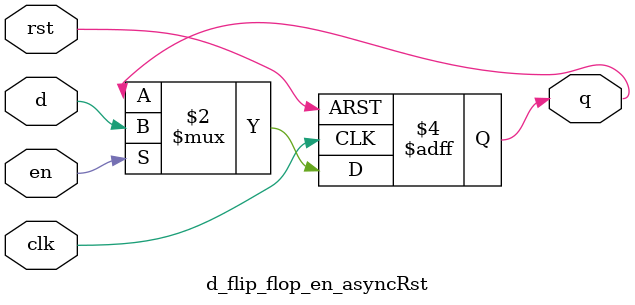
<source format=v>

module d_flip_flop_en_asyncRst (
    input d,
    input clk, rst, en,
    output reg q
);

    always @(posedge clk or posedge rst) begin
        if (rst) begin
            q <= 1'b0;
        end
        else if (en) begin
            q <= d;
        end
    end
endmodule
</source>
